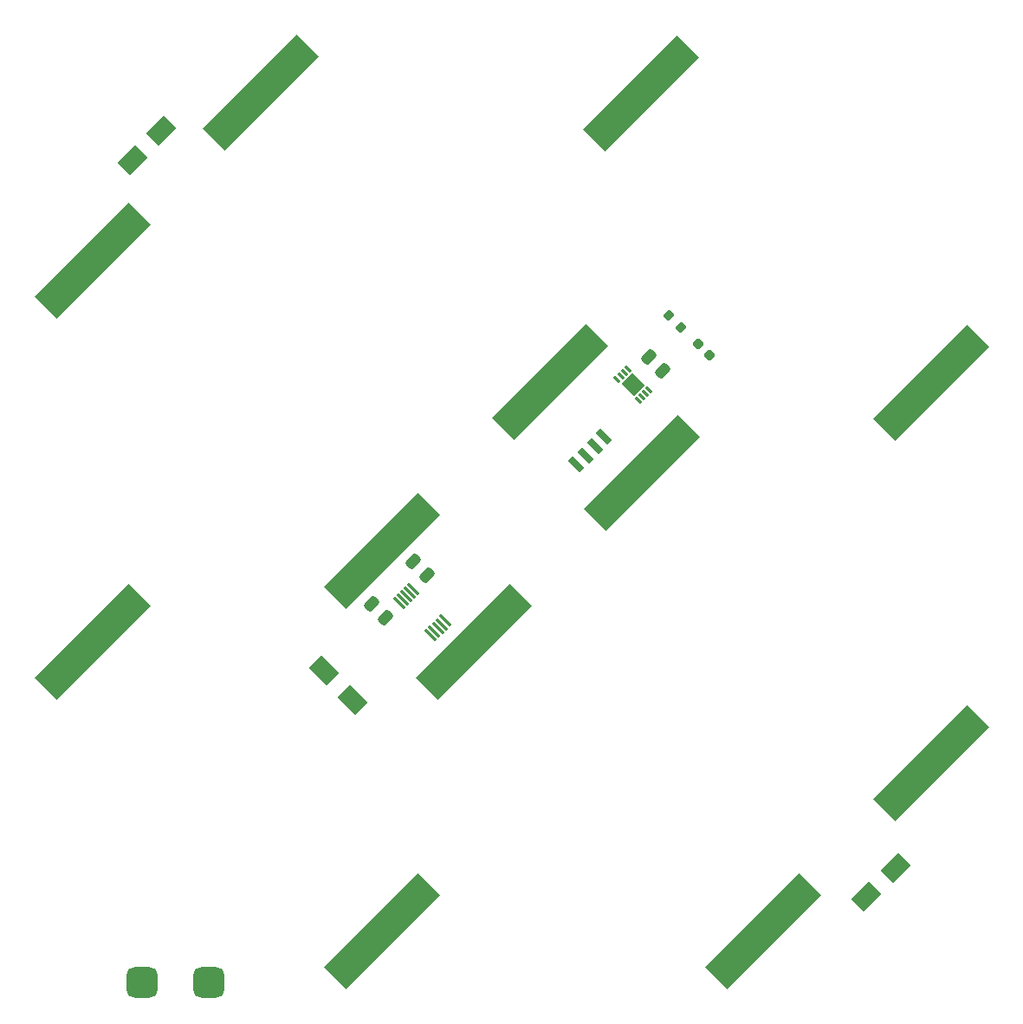
<source format=gbr>
%TF.GenerationSoftware,KiCad,Pcbnew,(6.0.9)*%
%TF.CreationDate,2023-03-27T23:12:45-07:00*%
%TF.ProjectId,solar-panel-side-Z,736f6c61-722d-4706-916e-656c2d736964,3.1*%
%TF.SameCoordinates,Original*%
%TF.FileFunction,Paste,Top*%
%TF.FilePolarity,Positive*%
%FSLAX46Y46*%
G04 Gerber Fmt 4.6, Leading zero omitted, Abs format (unit mm)*
G04 Created by KiCad (PCBNEW (6.0.9)) date 2023-03-27 23:12:45*
%MOMM*%
%LPD*%
G01*
G04 APERTURE LIST*
G04 Aperture macros list*
%AMRoundRect*
0 Rectangle with rounded corners*
0 $1 Rounding radius*
0 $2 $3 $4 $5 $6 $7 $8 $9 X,Y pos of 4 corners*
0 Add a 4 corners polygon primitive as box body*
4,1,4,$2,$3,$4,$5,$6,$7,$8,$9,$2,$3,0*
0 Add four circle primitives for the rounded corners*
1,1,$1+$1,$2,$3*
1,1,$1+$1,$4,$5*
1,1,$1+$1,$6,$7*
1,1,$1+$1,$8,$9*
0 Add four rect primitives between the rounded corners*
20,1,$1+$1,$2,$3,$4,$5,0*
20,1,$1+$1,$4,$5,$6,$7,0*
20,1,$1+$1,$6,$7,$8,$9,0*
20,1,$1+$1,$8,$9,$2,$3,0*%
%AMRotRect*
0 Rectangle, with rotation*
0 The origin of the aperture is its center*
0 $1 length*
0 $2 width*
0 $3 Rotation angle, in degrees counterclockwise*
0 Add horizontal line*
21,1,$1,$2,0,0,$3*%
G04 Aperture macros list end*
%ADD10RotRect,2.500000X1.700000X45.000000*%
%ADD11RoundRect,0.750000X0.750000X-0.750000X0.750000X0.750000X-0.750000X0.750000X-0.750000X-0.750000X0*%
%ADD12RoundRect,0.218750X0.335876X0.026517X0.026517X0.335876X-0.335876X-0.026517X-0.026517X-0.335876X0*%
%ADD13RoundRect,0.250000X0.512652X0.159099X0.159099X0.512652X-0.512652X-0.159099X-0.159099X-0.512652X0*%
%ADD14RotRect,0.300000X0.750000X225.000000*%
%ADD15RotRect,0.300000X0.750000X45.000000*%
%ADD16RotRect,1.450000X1.750000X225.000000*%
%ADD17RotRect,13.000000X3.000000X45.000000*%
%ADD18RoundRect,0.200000X-0.335876X-0.053033X-0.053033X-0.335876X0.335876X0.053033X0.053033X0.335876X0*%
%ADD19RoundRect,0.075000X-0.512652X0.406586X0.406586X-0.512652X0.512652X-0.406586X-0.406586X0.512652X0*%
%ADD20RotRect,2.500000X1.700000X135.000000*%
%ADD21RotRect,1.600000X0.700000X135.000000*%
%ADD22RotRect,13.000000X3.000000X225.000000*%
G04 APERTURE END LIST*
D10*
%TO.C,D3*%
X112421572Y-50578428D03*
X115250000Y-47750000D03*
%TD*%
D11*
%TO.C,TP1*%
X113410000Y-130950000D03*
%TD*%
D12*
%TO.C,D5*%
X168840000Y-69680000D03*
X167726306Y-68566306D03*
%TD*%
D13*
%TO.C,C3*%
X141201700Y-91147870D03*
X139858198Y-89804368D03*
%TD*%
D14*
%TO.C,U3*%
X160865025Y-70964365D03*
X160511472Y-71317918D03*
X160157918Y-71671472D03*
X159804365Y-72025025D03*
D15*
X161854975Y-74075635D03*
X162208528Y-73722082D03*
X162562082Y-73368528D03*
X162915635Y-73014975D03*
D16*
X161360000Y-72520000D03*
%TD*%
D17*
%TO.C,SC5*%
X108537864Y-97657864D03*
X136822136Y-125942136D03*
%TD*%
D11*
%TO.C,TP2*%
X119890000Y-130920000D03*
%TD*%
D17*
%TO.C,SC3*%
X125000000Y-43980000D03*
X153284272Y-72264272D03*
%TD*%
D18*
%TO.C,R1*%
X164836005Y-65732575D03*
X166002731Y-66899301D03*
%TD*%
D13*
%TO.C,C2*%
X137128765Y-95263232D03*
X135785263Y-93919730D03*
%TD*%
D19*
%TO.C,U2*%
X139893554Y-92470160D03*
X139540000Y-92823714D03*
X139186447Y-93177267D03*
X138832894Y-93530820D03*
X138479340Y-93884374D03*
X141590610Y-96995644D03*
X141944164Y-96642090D03*
X142297717Y-96288537D03*
X142651270Y-95934984D03*
X143004824Y-95581430D03*
%TD*%
D20*
%TO.C,D4*%
X133978428Y-103318428D03*
X131150000Y-100490000D03*
%TD*%
D13*
%TO.C,C1*%
X164240000Y-71195441D03*
X162896498Y-69851939D03*
%TD*%
D21*
%TO.C,U1*%
X155819358Y-80333435D03*
X156717383Y-79435409D03*
X157615409Y-78537383D03*
X158513435Y-77639358D03*
%TD*%
D22*
%TO.C,SC4*%
X136824272Y-88734272D03*
X108540000Y-60450000D03*
%TD*%
D17*
%TO.C,SC6*%
X145755728Y-97665728D03*
X174040000Y-125950000D03*
%TD*%
D22*
%TO.C,SC45*%
X190462136Y-72342136D03*
X162177864Y-44057864D03*
%TD*%
D10*
%TO.C,D2*%
X184161572Y-122588428D03*
X186990000Y-119760000D03*
%TD*%
D22*
%TO.C,SC1*%
X190480000Y-109480000D03*
X162195728Y-81195728D03*
%TD*%
M02*

</source>
